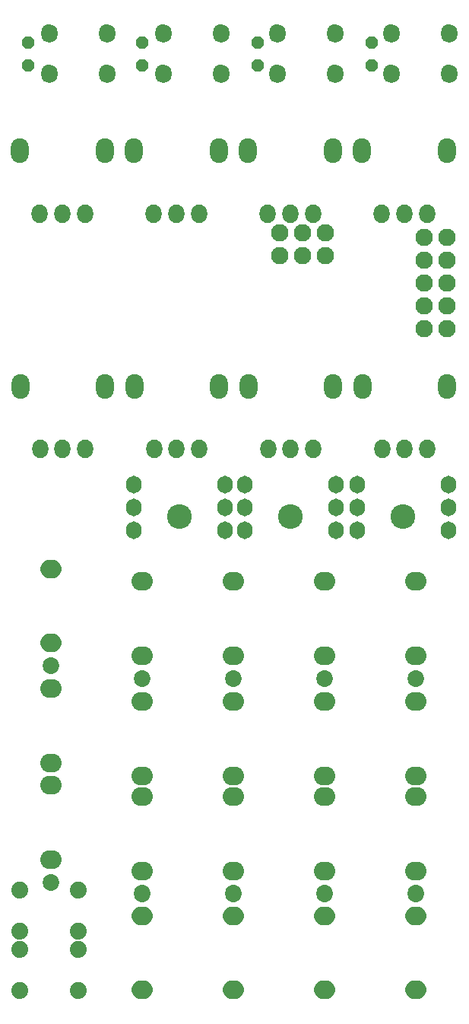
<source format=gbs>
G04 DipTrace 3.3.0.0*
G04 threshold_02a.GBS*
%MOIN*%
G04 #@! TF.FileFunction,Soldermask,Bot*
G04 #@! TF.Part,Single*
%AMOUTLINE58*
4,1,16,
0.005453,-0.041516,
0.023058,-0.037497,
0.037539,-0.025949,
0.045576,-0.009262,
0.045576,0.009262,
0.037539,0.025949,
0.023058,0.037497,
0.005453,0.041516,
-0.005453,0.041516,
-0.023058,0.037497,
-0.037539,0.025949,
-0.045576,0.009262,
-0.045576,-0.009262,
-0.037539,-0.025949,
-0.023058,-0.037497,
-0.005453,-0.041516,
0.005453,-0.041516,
0*%
%AMOUTLINE61*
4,1,16,
-0.005453,0.041516,
-0.023058,0.037497,
-0.037539,0.025949,
-0.045576,0.009262,
-0.045576,-0.009262,
-0.037539,-0.025949,
-0.023058,-0.037497,
-0.005453,-0.041516,
0.005453,-0.041516,
0.023058,-0.037497,
0.037539,-0.025949,
0.045576,-0.009262,
0.045576,0.009262,
0.037539,0.025949,
0.023058,0.037497,
0.005453,0.041516,
-0.005453,0.041516,
0*%
%AMOUTLINE67*
4,1,8,
-0.011614,0.028037,
-0.028037,0.011614,
-0.028037,-0.011614,
-0.011614,-0.028037,
0.011614,-0.028037,
0.028037,-0.011614,
0.028037,0.011614,
0.011614,0.028037,
-0.011614,0.028037,
0*%
%AMOUTLINE70*
4,1,20,
0.036053,0.0,
0.034336,-0.012537,
0.02932,-0.023919,
0.021415,-0.033059,
0.011313,-0.039011,
0.0,-0.041083,
-0.011313,-0.039011,
-0.021415,-0.033059,
-0.02932,-0.023919,
-0.034336,-0.012537,
-0.036053,0.0,
-0.034336,0.012537,
-0.02932,0.023919,
-0.021415,0.033059,
-0.011313,0.039011,
0.0,0.041083,
0.011313,0.039011,
0.021415,0.033059,
0.02932,0.023919,
0.034336,0.012537,
0.036053,0.0,
0*%
%ADD58C,0.074*%
%ADD72O,0.072031X0.082031*%
%ADD74O,0.068031X0.078031*%
%ADD76C,0.108031*%
%ADD78O,0.078031X0.108031*%
%ADD86C,0.076031*%
%ADD88C,0.073031*%
%ADD90O,0.093031X0.083031*%
%ADD171OUTLINE58*%
%ADD174OUTLINE61*%
%ADD180OUTLINE67*%
%ADD183OUTLINE70*%
%FSLAX26Y26*%
G04*
G70*
G90*
G75*
G01*
G04 BotMask*
%LPD*%
D90*
X2188634Y969584D3*
Y1294584D3*
D88*
Y869584D3*
D171*
Y772469D3*
Y447469D3*
D88*
Y872469D3*
D90*
Y1712335D3*
Y1387335D3*
D88*
Y1812335D3*
D90*
Y1913335D3*
Y2238335D3*
D88*
Y1813335D3*
D90*
X1788634Y969584D3*
Y1294584D3*
D88*
Y869584D3*
D171*
Y772469D3*
Y447469D3*
D88*
Y872469D3*
D90*
Y1712335D3*
Y1387335D3*
D88*
Y1812335D3*
D90*
Y1913335D3*
Y2238335D3*
D88*
Y1813335D3*
D90*
X1388634Y969584D3*
Y1294584D3*
D88*
Y869584D3*
D171*
Y772469D3*
Y447469D3*
D88*
Y872469D3*
D90*
Y1712335D3*
Y1387335D3*
D88*
Y1812335D3*
D90*
Y1913335D3*
Y2238335D3*
D88*
Y1813335D3*
D90*
X988634Y969584D3*
Y1294584D3*
D88*
Y869584D3*
D171*
Y772469D3*
Y447469D3*
D88*
Y872469D3*
D90*
Y1712335D3*
Y1387335D3*
D88*
Y1812335D3*
D90*
Y1913335D3*
Y2238335D3*
D88*
Y1813335D3*
D174*
X588634Y1967875D3*
Y2292875D3*
D88*
Y1867875D3*
D90*
Y1768084D3*
Y1443084D3*
D88*
Y1868084D3*
D86*
X2225534Y3746722D3*
X2325534D3*
X2225534Y3646722D3*
X2325534D3*
X2225534Y3546722D3*
X2325534D3*
X2225534Y3446722D3*
X2325534D3*
X2225534Y3346722D3*
X2325534D3*
X1591703Y3666808D3*
Y3766808D3*
X1691703Y3666808D3*
Y3766808D3*
X1791703Y3666808D3*
Y3766808D3*
D90*
X588634Y1019084D3*
Y1344084D3*
D88*
Y919084D3*
D180*
X1994613Y4500335D3*
Y4600335D3*
X1494613Y4500335D3*
Y4600335D3*
X988363Y4500335D3*
Y4600335D3*
X488363Y4500335D3*
Y4600335D3*
D183*
X2039279Y3849748D3*
X2137705D3*
X2236130D3*
D78*
X1952665Y4125339D3*
X2322744D3*
D183*
X2040291Y2817564D3*
X2138716D3*
X2237142D3*
D78*
X1953677Y3093155D3*
X2323756D3*
D183*
X1539279Y3849748D3*
X1637705D3*
X1736130D3*
D78*
X1452665Y4125339D3*
X1822744D3*
D183*
X1540291Y2817564D3*
X1638716D3*
X1737142D3*
D78*
X1453677Y3093155D3*
X1823756D3*
D183*
X1039279Y3849748D3*
X1137705D3*
X1236130D3*
D78*
X952665Y4125339D3*
X1322744D3*
D183*
X1040291Y2817564D3*
X1138716D3*
X1237142D3*
D78*
X953677Y3093155D3*
X1323756D3*
D183*
X539279Y3849748D3*
X637705D3*
X736130D3*
D78*
X452665Y4125339D3*
X822744D3*
D183*
X540291Y2817564D3*
X638716D3*
X737142D3*
D78*
X453677Y3093155D3*
X823756D3*
D76*
X2132383Y2523833D3*
D74*
X1932383Y2462833D3*
X2332383D3*
X1932383Y2562833D3*
X2332383D3*
X1932383Y2662833D3*
X2332383D3*
D76*
X1638634Y2523833D3*
D74*
X1438634Y2462833D3*
X1838634D3*
X1438634Y2562833D3*
X1838634D3*
X1438634Y2662833D3*
X1838634D3*
D76*
X1151134Y2523833D3*
D74*
X951134Y2462833D3*
X1351134D3*
X951134Y2562833D3*
X1351134D3*
X951134Y2662833D3*
X1351134D3*
D72*
X2079384Y4461333D3*
X2335384D3*
X2079384Y4639333D3*
X2335384D3*
X1579384Y4461335D3*
X1835384D3*
X1579384Y4639335D3*
X1835384D3*
X1079384Y4461335D3*
X1335384D3*
X1079384Y4639335D3*
X1335384D3*
X579384Y4461335D3*
X835384D3*
X579384Y4639335D3*
X835384D3*
D58*
X706332Y625335D3*
X450332D3*
X706332Y447335D3*
X450332D3*
X450983Y706584D3*
X706983D3*
X450983Y884584D3*
X706983D3*
M02*

</source>
